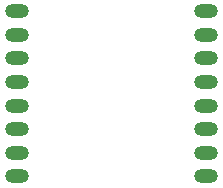
<source format=gts>
%TF.GenerationSoftware,KiCad,Pcbnew,(5.99.0-6613-ge739d5ba65)*%
%TF.CreationDate,2020-11-02T19:14:16+01:00*%
%TF.ProjectId,min_sx1280,6d696e5f-7378-4313-9238-302e6b696361,rev?*%
%TF.SameCoordinates,PX5f31df8PY89d6220*%
%TF.FileFunction,Soldermask,Top*%
%TF.FilePolarity,Negative*%
%FSLAX46Y46*%
G04 Gerber Fmt 4.6, Leading zero omitted, Abs format (unit mm)*
G04 Created by KiCad (PCBNEW (5.99.0-6613-ge739d5ba65)) date 2020-11-02 19:14:16*
%MOMM*%
%LPD*%
G01*
G04 APERTURE LIST*
%ADD10O,2.000000X1.200000*%
G04 APERTURE END LIST*
D10*
%TO.C,U3*%
X1906000Y15382000D03*
X1906000Y13382000D03*
X1906000Y11382000D03*
X1906000Y9382000D03*
X1906000Y7382000D03*
X1906000Y5382000D03*
X1906000Y3382000D03*
X1906000Y1382000D03*
X17906000Y1382000D03*
X17906000Y3382000D03*
X17906000Y5382000D03*
X17906000Y7382000D03*
X17906000Y9382000D03*
X17906000Y11382000D03*
X17906000Y13382000D03*
X17906000Y15382000D03*
%TD*%
M02*

</source>
